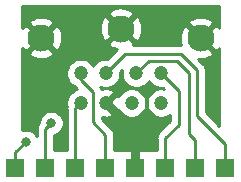
<source format=gbl>
G04 #@! TF.GenerationSoftware,KiCad,Pcbnew,(5.1.0)-1*
G04 #@! TF.CreationDate,2019-10-02T17:07:43-04:00*
G04 #@! TF.ProjectId,MiniDin8Adapter,4d696e69-4469-46e3-9841-646170746572,rev?*
G04 #@! TF.SameCoordinates,Original*
G04 #@! TF.FileFunction,Copper,L2,Bot*
G04 #@! TF.FilePolarity,Positive*
%FSLAX46Y46*%
G04 Gerber Fmt 4.6, Leading zero omitted, Abs format (unit mm)*
G04 Created by KiCad (PCBNEW (5.1.0)-1) date 2019-10-02 17:07:43*
%MOMM*%
%LPD*%
G04 APERTURE LIST*
%ADD10C,2.300000*%
%ADD11C,1.200000*%
%ADD12R,1.650000X1.650000*%
%ADD13C,0.800000*%
%ADD14C,0.800000*%
%ADD15C,0.250000*%
%ADD16C,0.254000*%
G04 APERTURE END LIST*
D10*
X147000000Y-103600000D03*
X153750000Y-104400000D03*
X140250000Y-104400000D03*
D11*
X148300000Y-107400000D03*
X145700000Y-107400000D03*
X143600000Y-107400000D03*
X150400000Y-107400000D03*
X147900000Y-109900000D03*
X150400000Y-109900000D03*
X145700000Y-109900000D03*
X143600000Y-109900000D03*
D12*
X155850000Y-115400000D03*
X153310000Y-115400000D03*
X150770000Y-115400000D03*
X148230000Y-115400000D03*
X145690000Y-115400000D03*
X143150000Y-115400000D03*
X140610000Y-115400000D03*
X138070000Y-115400000D03*
D13*
X141100000Y-111600000D03*
X138950000Y-113200000D03*
D14*
X148230000Y-112430000D02*
X145700000Y-109900000D01*
X148230000Y-115400000D02*
X148230000Y-112430000D01*
D15*
X148300000Y-107400000D02*
X149350000Y-106350000D01*
X149350000Y-106350000D02*
X151750000Y-106350000D01*
X151750000Y-106350000D02*
X152750000Y-107350000D01*
X152750000Y-107350000D02*
X152750000Y-112500000D01*
X153310000Y-113060000D02*
X153310000Y-115400000D01*
X152750000Y-112500000D02*
X153310000Y-113060000D01*
X155850000Y-115400000D02*
X155850000Y-113400000D01*
X155850000Y-113400000D02*
X153450000Y-111000000D01*
X153450000Y-111000000D02*
X153450000Y-107150000D01*
X153450000Y-107150000D02*
X152050000Y-105750000D01*
X147350000Y-105750000D02*
X145700000Y-107400000D01*
X152050000Y-105750000D02*
X147350000Y-105750000D01*
X143600000Y-107400000D02*
X143600000Y-107950000D01*
X143600000Y-107950000D02*
X144600000Y-108950000D01*
X144600000Y-108950000D02*
X144600000Y-111550000D01*
X145690000Y-112640000D02*
X145690000Y-115400000D01*
X144600000Y-111550000D02*
X145690000Y-112640000D01*
X150770000Y-115400000D02*
X150770000Y-112880000D01*
X150770000Y-112880000D02*
X151900000Y-111750000D01*
X151900000Y-108900000D02*
X150400000Y-107400000D01*
X151900000Y-111750000D02*
X151900000Y-108900000D01*
X140610000Y-115400000D02*
X140610000Y-112090000D01*
X140610000Y-112090000D02*
X141100000Y-111600000D01*
X138070000Y-115400000D02*
X138070000Y-114080000D01*
X138070000Y-114080000D02*
X138950000Y-113200000D01*
X143150000Y-110350000D02*
X143600000Y-109900000D01*
X143150000Y-115400000D02*
X143150000Y-110350000D01*
D16*
G36*
X155340000Y-103578170D02*
G01*
X155272090Y-103451118D01*
X154992349Y-103337256D01*
X153929605Y-104400000D01*
X154992349Y-105462744D01*
X155272090Y-105348882D01*
X155340000Y-105211564D01*
X155340001Y-111815199D01*
X154210000Y-110685199D01*
X154210000Y-107187322D01*
X154213676Y-107150000D01*
X154210000Y-107112677D01*
X154210000Y-107112667D01*
X154199003Y-107001014D01*
X154155546Y-106857753D01*
X154130021Y-106809999D01*
X154084974Y-106725723D01*
X154013799Y-106638997D01*
X153990001Y-106609999D01*
X153961003Y-106586201D01*
X153550460Y-106175659D01*
X153806661Y-106192741D01*
X154155319Y-106147240D01*
X154488400Y-106034594D01*
X154698882Y-105922090D01*
X154812744Y-105642349D01*
X153750000Y-104579605D01*
X153735858Y-104593748D01*
X153556253Y-104414143D01*
X153570395Y-104400000D01*
X152507651Y-103337256D01*
X152227910Y-103451118D01*
X152072039Y-103766296D01*
X151980651Y-104105826D01*
X151957259Y-104456661D01*
X152002760Y-104805319D01*
X152064456Y-104987748D01*
X152050000Y-104986324D01*
X152012678Y-104990000D01*
X148002646Y-104990000D01*
X148062744Y-104842349D01*
X147000000Y-103779605D01*
X145937256Y-104842349D01*
X146051118Y-105122090D01*
X146366296Y-105277961D01*
X146666447Y-105358750D01*
X145853800Y-106171398D01*
X145821637Y-106165000D01*
X145578363Y-106165000D01*
X145339764Y-106212460D01*
X145115008Y-106305557D01*
X144912733Y-106440713D01*
X144740713Y-106612733D01*
X144650000Y-106748494D01*
X144559287Y-106612733D01*
X144387267Y-106440713D01*
X144184992Y-106305557D01*
X143960236Y-106212460D01*
X143721637Y-106165000D01*
X143478363Y-106165000D01*
X143239764Y-106212460D01*
X143015008Y-106305557D01*
X142812733Y-106440713D01*
X142640713Y-106612733D01*
X142505557Y-106815008D01*
X142412460Y-107039764D01*
X142365000Y-107278363D01*
X142365000Y-107521637D01*
X142412460Y-107760236D01*
X142505557Y-107984992D01*
X142640713Y-108187267D01*
X142812733Y-108359287D01*
X143015008Y-108494443D01*
X143108274Y-108533075D01*
X143279713Y-108704514D01*
X143239764Y-108712460D01*
X143015008Y-108805557D01*
X142812733Y-108940713D01*
X142640713Y-109112733D01*
X142505557Y-109315008D01*
X142412460Y-109539764D01*
X142365000Y-109778363D01*
X142365000Y-110021637D01*
X142400893Y-110202083D01*
X142386324Y-110350000D01*
X142390001Y-110387332D01*
X142390000Y-113873000D01*
X141370000Y-113873000D01*
X141370000Y-112601571D01*
X141401898Y-112595226D01*
X141590256Y-112517205D01*
X141759774Y-112403937D01*
X141903937Y-112259774D01*
X142017205Y-112090256D01*
X142095226Y-111901898D01*
X142135000Y-111701939D01*
X142135000Y-111498061D01*
X142095226Y-111298102D01*
X142017205Y-111109744D01*
X141903937Y-110940226D01*
X141759774Y-110796063D01*
X141590256Y-110682795D01*
X141401898Y-110604774D01*
X141201939Y-110565000D01*
X140998061Y-110565000D01*
X140798102Y-110604774D01*
X140609744Y-110682795D01*
X140440226Y-110796063D01*
X140296063Y-110940226D01*
X140182795Y-111109744D01*
X140104774Y-111298102D01*
X140065000Y-111498061D01*
X140065000Y-111556092D01*
X140046202Y-111578997D01*
X140046201Y-111578998D01*
X139975026Y-111665724D01*
X139904454Y-111797754D01*
X139860998Y-111941015D01*
X139846324Y-112090000D01*
X139850001Y-112127332D01*
X139850001Y-112683996D01*
X139753937Y-112540226D01*
X139609774Y-112396063D01*
X139440256Y-112282795D01*
X139251898Y-112204774D01*
X139051939Y-112165000D01*
X138848061Y-112165000D01*
X138648102Y-112204774D01*
X138624631Y-112214496D01*
X138650450Y-112129383D01*
X138663193Y-112000000D01*
X138660000Y-111967581D01*
X138660000Y-105642349D01*
X139187256Y-105642349D01*
X139301118Y-105922090D01*
X139616296Y-106077961D01*
X139955826Y-106169349D01*
X140306661Y-106192741D01*
X140655319Y-106147240D01*
X140988400Y-106034594D01*
X141198882Y-105922090D01*
X141312744Y-105642349D01*
X140250000Y-104579605D01*
X139187256Y-105642349D01*
X138660000Y-105642349D01*
X138660000Y-105221830D01*
X138727910Y-105348882D01*
X139007651Y-105462744D01*
X140070395Y-104400000D01*
X140429605Y-104400000D01*
X141492349Y-105462744D01*
X141772090Y-105348882D01*
X141927961Y-105033704D01*
X142019349Y-104694174D01*
X142042741Y-104343339D01*
X141997240Y-103994681D01*
X141884594Y-103661600D01*
X141881955Y-103656661D01*
X145207259Y-103656661D01*
X145252760Y-104005319D01*
X145365406Y-104338400D01*
X145477910Y-104548882D01*
X145757651Y-104662744D01*
X146820395Y-103600000D01*
X147179605Y-103600000D01*
X148242349Y-104662744D01*
X148522090Y-104548882D01*
X148677961Y-104233704D01*
X148769349Y-103894174D01*
X148792741Y-103543339D01*
X148747240Y-103194681D01*
X148734717Y-103157651D01*
X152687256Y-103157651D01*
X153750000Y-104220395D01*
X154812744Y-103157651D01*
X154698882Y-102877910D01*
X154383704Y-102722039D01*
X154044174Y-102630651D01*
X153693339Y-102607259D01*
X153344681Y-102652760D01*
X153011600Y-102765406D01*
X152801118Y-102877910D01*
X152687256Y-103157651D01*
X148734717Y-103157651D01*
X148634594Y-102861600D01*
X148522090Y-102651118D01*
X148242349Y-102537256D01*
X147179605Y-103600000D01*
X146820395Y-103600000D01*
X145757651Y-102537256D01*
X145477910Y-102651118D01*
X145322039Y-102966296D01*
X145230651Y-103305826D01*
X145207259Y-103656661D01*
X141881955Y-103656661D01*
X141772090Y-103451118D01*
X141492349Y-103337256D01*
X140429605Y-104400000D01*
X140070395Y-104400000D01*
X139007651Y-103337256D01*
X138727910Y-103451118D01*
X138660000Y-103588435D01*
X138660000Y-103157651D01*
X139187256Y-103157651D01*
X140250000Y-104220395D01*
X141312744Y-103157651D01*
X141198882Y-102877910D01*
X140883704Y-102722039D01*
X140544174Y-102630651D01*
X140193339Y-102607259D01*
X139844681Y-102652760D01*
X139511600Y-102765406D01*
X139301118Y-102877910D01*
X139187256Y-103157651D01*
X138660000Y-103157651D01*
X138660000Y-102357651D01*
X145937256Y-102357651D01*
X147000000Y-103420395D01*
X148062744Y-102357651D01*
X147948882Y-102077910D01*
X147633704Y-101922039D01*
X147294174Y-101830651D01*
X146943339Y-101807259D01*
X146594681Y-101852760D01*
X146261600Y-101965406D01*
X146051118Y-102077910D01*
X145937256Y-102357651D01*
X138660000Y-102357651D01*
X138660000Y-101660000D01*
X155340000Y-101660000D01*
X155340000Y-103578170D01*
X155340000Y-103578170D01*
G37*
X155340000Y-103578170D02*
X155272090Y-103451118D01*
X154992349Y-103337256D01*
X153929605Y-104400000D01*
X154992349Y-105462744D01*
X155272090Y-105348882D01*
X155340000Y-105211564D01*
X155340001Y-111815199D01*
X154210000Y-110685199D01*
X154210000Y-107187322D01*
X154213676Y-107150000D01*
X154210000Y-107112677D01*
X154210000Y-107112667D01*
X154199003Y-107001014D01*
X154155546Y-106857753D01*
X154130021Y-106809999D01*
X154084974Y-106725723D01*
X154013799Y-106638997D01*
X153990001Y-106609999D01*
X153961003Y-106586201D01*
X153550460Y-106175659D01*
X153806661Y-106192741D01*
X154155319Y-106147240D01*
X154488400Y-106034594D01*
X154698882Y-105922090D01*
X154812744Y-105642349D01*
X153750000Y-104579605D01*
X153735858Y-104593748D01*
X153556253Y-104414143D01*
X153570395Y-104400000D01*
X152507651Y-103337256D01*
X152227910Y-103451118D01*
X152072039Y-103766296D01*
X151980651Y-104105826D01*
X151957259Y-104456661D01*
X152002760Y-104805319D01*
X152064456Y-104987748D01*
X152050000Y-104986324D01*
X152012678Y-104990000D01*
X148002646Y-104990000D01*
X148062744Y-104842349D01*
X147000000Y-103779605D01*
X145937256Y-104842349D01*
X146051118Y-105122090D01*
X146366296Y-105277961D01*
X146666447Y-105358750D01*
X145853800Y-106171398D01*
X145821637Y-106165000D01*
X145578363Y-106165000D01*
X145339764Y-106212460D01*
X145115008Y-106305557D01*
X144912733Y-106440713D01*
X144740713Y-106612733D01*
X144650000Y-106748494D01*
X144559287Y-106612733D01*
X144387267Y-106440713D01*
X144184992Y-106305557D01*
X143960236Y-106212460D01*
X143721637Y-106165000D01*
X143478363Y-106165000D01*
X143239764Y-106212460D01*
X143015008Y-106305557D01*
X142812733Y-106440713D01*
X142640713Y-106612733D01*
X142505557Y-106815008D01*
X142412460Y-107039764D01*
X142365000Y-107278363D01*
X142365000Y-107521637D01*
X142412460Y-107760236D01*
X142505557Y-107984992D01*
X142640713Y-108187267D01*
X142812733Y-108359287D01*
X143015008Y-108494443D01*
X143108274Y-108533075D01*
X143279713Y-108704514D01*
X143239764Y-108712460D01*
X143015008Y-108805557D01*
X142812733Y-108940713D01*
X142640713Y-109112733D01*
X142505557Y-109315008D01*
X142412460Y-109539764D01*
X142365000Y-109778363D01*
X142365000Y-110021637D01*
X142400893Y-110202083D01*
X142386324Y-110350000D01*
X142390001Y-110387332D01*
X142390000Y-113873000D01*
X141370000Y-113873000D01*
X141370000Y-112601571D01*
X141401898Y-112595226D01*
X141590256Y-112517205D01*
X141759774Y-112403937D01*
X141903937Y-112259774D01*
X142017205Y-112090256D01*
X142095226Y-111901898D01*
X142135000Y-111701939D01*
X142135000Y-111498061D01*
X142095226Y-111298102D01*
X142017205Y-111109744D01*
X141903937Y-110940226D01*
X141759774Y-110796063D01*
X141590256Y-110682795D01*
X141401898Y-110604774D01*
X141201939Y-110565000D01*
X140998061Y-110565000D01*
X140798102Y-110604774D01*
X140609744Y-110682795D01*
X140440226Y-110796063D01*
X140296063Y-110940226D01*
X140182795Y-111109744D01*
X140104774Y-111298102D01*
X140065000Y-111498061D01*
X140065000Y-111556092D01*
X140046202Y-111578997D01*
X140046201Y-111578998D01*
X139975026Y-111665724D01*
X139904454Y-111797754D01*
X139860998Y-111941015D01*
X139846324Y-112090000D01*
X139850001Y-112127332D01*
X139850001Y-112683996D01*
X139753937Y-112540226D01*
X139609774Y-112396063D01*
X139440256Y-112282795D01*
X139251898Y-112204774D01*
X139051939Y-112165000D01*
X138848061Y-112165000D01*
X138648102Y-112204774D01*
X138624631Y-112214496D01*
X138650450Y-112129383D01*
X138663193Y-112000000D01*
X138660000Y-111967581D01*
X138660000Y-105642349D01*
X139187256Y-105642349D01*
X139301118Y-105922090D01*
X139616296Y-106077961D01*
X139955826Y-106169349D01*
X140306661Y-106192741D01*
X140655319Y-106147240D01*
X140988400Y-106034594D01*
X141198882Y-105922090D01*
X141312744Y-105642349D01*
X140250000Y-104579605D01*
X139187256Y-105642349D01*
X138660000Y-105642349D01*
X138660000Y-105221830D01*
X138727910Y-105348882D01*
X139007651Y-105462744D01*
X140070395Y-104400000D01*
X140429605Y-104400000D01*
X141492349Y-105462744D01*
X141772090Y-105348882D01*
X141927961Y-105033704D01*
X142019349Y-104694174D01*
X142042741Y-104343339D01*
X141997240Y-103994681D01*
X141884594Y-103661600D01*
X141881955Y-103656661D01*
X145207259Y-103656661D01*
X145252760Y-104005319D01*
X145365406Y-104338400D01*
X145477910Y-104548882D01*
X145757651Y-104662744D01*
X146820395Y-103600000D01*
X147179605Y-103600000D01*
X148242349Y-104662744D01*
X148522090Y-104548882D01*
X148677961Y-104233704D01*
X148769349Y-103894174D01*
X148792741Y-103543339D01*
X148747240Y-103194681D01*
X148734717Y-103157651D01*
X152687256Y-103157651D01*
X153750000Y-104220395D01*
X154812744Y-103157651D01*
X154698882Y-102877910D01*
X154383704Y-102722039D01*
X154044174Y-102630651D01*
X153693339Y-102607259D01*
X153344681Y-102652760D01*
X153011600Y-102765406D01*
X152801118Y-102877910D01*
X152687256Y-103157651D01*
X148734717Y-103157651D01*
X148634594Y-102861600D01*
X148522090Y-102651118D01*
X148242349Y-102537256D01*
X147179605Y-103600000D01*
X146820395Y-103600000D01*
X145757651Y-102537256D01*
X145477910Y-102651118D01*
X145322039Y-102966296D01*
X145230651Y-103305826D01*
X145207259Y-103656661D01*
X141881955Y-103656661D01*
X141772090Y-103451118D01*
X141492349Y-103337256D01*
X140429605Y-104400000D01*
X140070395Y-104400000D01*
X139007651Y-103337256D01*
X138727910Y-103451118D01*
X138660000Y-103588435D01*
X138660000Y-103157651D01*
X139187256Y-103157651D01*
X140250000Y-104220395D01*
X141312744Y-103157651D01*
X141198882Y-102877910D01*
X140883704Y-102722039D01*
X140544174Y-102630651D01*
X140193339Y-102607259D01*
X139844681Y-102652760D01*
X139511600Y-102765406D01*
X139301118Y-102877910D01*
X139187256Y-103157651D01*
X138660000Y-103157651D01*
X138660000Y-102357651D01*
X145937256Y-102357651D01*
X147000000Y-103420395D01*
X148062744Y-102357651D01*
X147948882Y-102077910D01*
X147633704Y-101922039D01*
X147294174Y-101830651D01*
X146943339Y-101807259D01*
X146594681Y-101852760D01*
X146261600Y-101965406D01*
X146051118Y-102077910D01*
X145937256Y-102357651D01*
X138660000Y-102357651D01*
X138660000Y-101660000D01*
X155340000Y-101660000D01*
X155340000Y-103578170D01*
G36*
X147065000Y-107278363D02*
G01*
X147065000Y-107521637D01*
X147112460Y-107760236D01*
X147205557Y-107984992D01*
X147340713Y-108187267D01*
X147512733Y-108359287D01*
X147715008Y-108494443D01*
X147939764Y-108587540D01*
X148178363Y-108635000D01*
X148421637Y-108635000D01*
X148660236Y-108587540D01*
X148884992Y-108494443D01*
X149087267Y-108359287D01*
X149259287Y-108187267D01*
X149350000Y-108051506D01*
X149440713Y-108187267D01*
X149612733Y-108359287D01*
X149815008Y-108494443D01*
X150039764Y-108587540D01*
X150278363Y-108635000D01*
X150521637Y-108635000D01*
X150553801Y-108628602D01*
X150607222Y-108682024D01*
X150521637Y-108665000D01*
X150278363Y-108665000D01*
X150039764Y-108712460D01*
X149815008Y-108805557D01*
X149612733Y-108940713D01*
X149440713Y-109112733D01*
X149305557Y-109315008D01*
X149212460Y-109539764D01*
X149165000Y-109778363D01*
X149165000Y-110021637D01*
X149212460Y-110260236D01*
X149305557Y-110484992D01*
X149440713Y-110687267D01*
X149612733Y-110859287D01*
X149815008Y-110994443D01*
X150039764Y-111087540D01*
X150278363Y-111135000D01*
X150521637Y-111135000D01*
X150760236Y-111087540D01*
X150984992Y-110994443D01*
X151140000Y-110890870D01*
X151140000Y-111435198D01*
X150258998Y-112316201D01*
X150230000Y-112339999D01*
X150206202Y-112368997D01*
X150206201Y-112368998D01*
X150135026Y-112455724D01*
X150064454Y-112587754D01*
X150042540Y-112659999D01*
X150020998Y-112731014D01*
X150017379Y-112767754D01*
X150006324Y-112880000D01*
X150010001Y-112917332D01*
X150010001Y-113873000D01*
X146450000Y-113873000D01*
X146450000Y-112677325D01*
X146453676Y-112640000D01*
X146450000Y-112602675D01*
X146450000Y-112602667D01*
X146439003Y-112491014D01*
X146395546Y-112347753D01*
X146324974Y-112215724D01*
X146230001Y-112099999D01*
X146201004Y-112076202D01*
X145360000Y-111235199D01*
X145360000Y-111088716D01*
X145535313Y-111130000D01*
X145778438Y-111138495D01*
X146018549Y-111099395D01*
X146246418Y-111014202D01*
X146322852Y-110973348D01*
X146370159Y-110749764D01*
X145700000Y-110079605D01*
X145685858Y-110093748D01*
X145506253Y-109914143D01*
X145520395Y-109900000D01*
X145879605Y-109900000D01*
X146549764Y-110570159D01*
X146773348Y-110522852D01*
X146798437Y-110467803D01*
X146805557Y-110484992D01*
X146940713Y-110687267D01*
X147112733Y-110859287D01*
X147315008Y-110994443D01*
X147539764Y-111087540D01*
X147778363Y-111135000D01*
X148021637Y-111135000D01*
X148260236Y-111087540D01*
X148484992Y-110994443D01*
X148687267Y-110859287D01*
X148859287Y-110687267D01*
X148994443Y-110484992D01*
X149087540Y-110260236D01*
X149135000Y-110021637D01*
X149135000Y-109778363D01*
X149087540Y-109539764D01*
X148994443Y-109315008D01*
X148859287Y-109112733D01*
X148687267Y-108940713D01*
X148484992Y-108805557D01*
X148260236Y-108712460D01*
X148021637Y-108665000D01*
X147778363Y-108665000D01*
X147539764Y-108712460D01*
X147315008Y-108805557D01*
X147112733Y-108940713D01*
X146940713Y-109112733D01*
X146805557Y-109315008D01*
X146800330Y-109327628D01*
X146773348Y-109277148D01*
X146549764Y-109229841D01*
X145879605Y-109900000D01*
X145520395Y-109900000D01*
X145506253Y-109885858D01*
X145685858Y-109706253D01*
X145700000Y-109720395D01*
X146370159Y-109050236D01*
X146322852Y-108826652D01*
X146101484Y-108725763D01*
X145864687Y-108670000D01*
X145621562Y-108661505D01*
X145381451Y-108700605D01*
X145324952Y-108721728D01*
X145305546Y-108657753D01*
X145247613Y-108549370D01*
X145339764Y-108587540D01*
X145578363Y-108635000D01*
X145821637Y-108635000D01*
X146060236Y-108587540D01*
X146284992Y-108494443D01*
X146487267Y-108359287D01*
X146659287Y-108187267D01*
X146794443Y-107984992D01*
X146887540Y-107760236D01*
X146935000Y-107521637D01*
X146935000Y-107278363D01*
X146928602Y-107246200D01*
X147106854Y-107067948D01*
X147065000Y-107278363D01*
X147065000Y-107278363D01*
G37*
X147065000Y-107278363D02*
X147065000Y-107521637D01*
X147112460Y-107760236D01*
X147205557Y-107984992D01*
X147340713Y-108187267D01*
X147512733Y-108359287D01*
X147715008Y-108494443D01*
X147939764Y-108587540D01*
X148178363Y-108635000D01*
X148421637Y-108635000D01*
X148660236Y-108587540D01*
X148884992Y-108494443D01*
X149087267Y-108359287D01*
X149259287Y-108187267D01*
X149350000Y-108051506D01*
X149440713Y-108187267D01*
X149612733Y-108359287D01*
X149815008Y-108494443D01*
X150039764Y-108587540D01*
X150278363Y-108635000D01*
X150521637Y-108635000D01*
X150553801Y-108628602D01*
X150607222Y-108682024D01*
X150521637Y-108665000D01*
X150278363Y-108665000D01*
X150039764Y-108712460D01*
X149815008Y-108805557D01*
X149612733Y-108940713D01*
X149440713Y-109112733D01*
X149305557Y-109315008D01*
X149212460Y-109539764D01*
X149165000Y-109778363D01*
X149165000Y-110021637D01*
X149212460Y-110260236D01*
X149305557Y-110484992D01*
X149440713Y-110687267D01*
X149612733Y-110859287D01*
X149815008Y-110994443D01*
X150039764Y-111087540D01*
X150278363Y-111135000D01*
X150521637Y-111135000D01*
X150760236Y-111087540D01*
X150984992Y-110994443D01*
X151140000Y-110890870D01*
X151140000Y-111435198D01*
X150258998Y-112316201D01*
X150230000Y-112339999D01*
X150206202Y-112368997D01*
X150206201Y-112368998D01*
X150135026Y-112455724D01*
X150064454Y-112587754D01*
X150042540Y-112659999D01*
X150020998Y-112731014D01*
X150017379Y-112767754D01*
X150006324Y-112880000D01*
X150010001Y-112917332D01*
X150010001Y-113873000D01*
X146450000Y-113873000D01*
X146450000Y-112677325D01*
X146453676Y-112640000D01*
X146450000Y-112602675D01*
X146450000Y-112602667D01*
X146439003Y-112491014D01*
X146395546Y-112347753D01*
X146324974Y-112215724D01*
X146230001Y-112099999D01*
X146201004Y-112076202D01*
X145360000Y-111235199D01*
X145360000Y-111088716D01*
X145535313Y-111130000D01*
X145778438Y-111138495D01*
X146018549Y-111099395D01*
X146246418Y-111014202D01*
X146322852Y-110973348D01*
X146370159Y-110749764D01*
X145700000Y-110079605D01*
X145685858Y-110093748D01*
X145506253Y-109914143D01*
X145520395Y-109900000D01*
X145879605Y-109900000D01*
X146549764Y-110570159D01*
X146773348Y-110522852D01*
X146798437Y-110467803D01*
X146805557Y-110484992D01*
X146940713Y-110687267D01*
X147112733Y-110859287D01*
X147315008Y-110994443D01*
X147539764Y-111087540D01*
X147778363Y-111135000D01*
X148021637Y-111135000D01*
X148260236Y-111087540D01*
X148484992Y-110994443D01*
X148687267Y-110859287D01*
X148859287Y-110687267D01*
X148994443Y-110484992D01*
X149087540Y-110260236D01*
X149135000Y-110021637D01*
X149135000Y-109778363D01*
X149087540Y-109539764D01*
X148994443Y-109315008D01*
X148859287Y-109112733D01*
X148687267Y-108940713D01*
X148484992Y-108805557D01*
X148260236Y-108712460D01*
X148021637Y-108665000D01*
X147778363Y-108665000D01*
X147539764Y-108712460D01*
X147315008Y-108805557D01*
X147112733Y-108940713D01*
X146940713Y-109112733D01*
X146805557Y-109315008D01*
X146800330Y-109327628D01*
X146773348Y-109277148D01*
X146549764Y-109229841D01*
X145879605Y-109900000D01*
X145520395Y-109900000D01*
X145506253Y-109885858D01*
X145685858Y-109706253D01*
X145700000Y-109720395D01*
X146370159Y-109050236D01*
X146322852Y-108826652D01*
X146101484Y-108725763D01*
X145864687Y-108670000D01*
X145621562Y-108661505D01*
X145381451Y-108700605D01*
X145324952Y-108721728D01*
X145305546Y-108657753D01*
X145247613Y-108549370D01*
X145339764Y-108587540D01*
X145578363Y-108635000D01*
X145821637Y-108635000D01*
X146060236Y-108587540D01*
X146284992Y-108494443D01*
X146487267Y-108359287D01*
X146659287Y-108187267D01*
X146794443Y-107984992D01*
X146887540Y-107760236D01*
X146935000Y-107521637D01*
X146935000Y-107278363D01*
X146928602Y-107246200D01*
X147106854Y-107067948D01*
X147065000Y-107278363D01*
M02*

</source>
